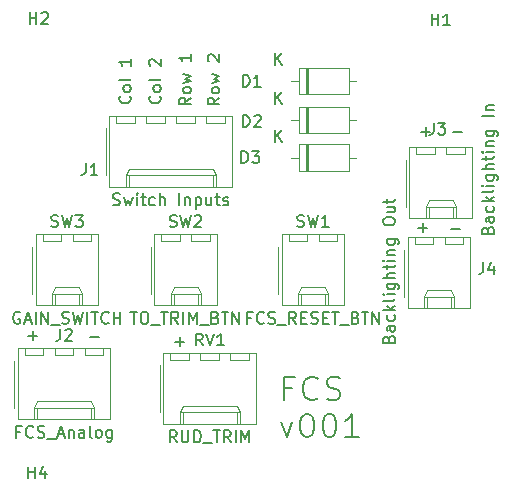
<source format=gbr>
G04 #@! TF.GenerationSoftware,KiCad,Pcbnew,(5.1.5-0-10_14)*
G04 #@! TF.CreationDate,2021-03-15T05:57:46+10:00*
G04 #@! TF.ProjectId,OH - Left Console - 6 - Flight Control Systems Panel ,4f48202d-204c-4656-9674-20436f6e736f,rev?*
G04 #@! TF.SameCoordinates,Original*
G04 #@! TF.FileFunction,Legend,Top*
G04 #@! TF.FilePolarity,Positive*
%FSLAX46Y46*%
G04 Gerber Fmt 4.6, Leading zero omitted, Abs format (unit mm)*
G04 Created by KiCad (PCBNEW (5.1.5-0-10_14)) date 2021-03-15 05:57:46*
%MOMM*%
%LPD*%
G04 APERTURE LIST*
%ADD10C,0.150000*%
%ADD11C,0.120000*%
G04 APERTURE END LIST*
D10*
X107061047Y-122880428D02*
X107822952Y-122880428D01*
X107188047Y-114625428D02*
X107949952Y-114625428D01*
X104267047Y-122753428D02*
X105028952Y-122753428D01*
X104648000Y-123134380D02*
X104648000Y-122372476D01*
X104521047Y-114625428D02*
X105282952Y-114625428D01*
X104902000Y-115006380D02*
X104902000Y-114244476D01*
X87447380Y-111759809D02*
X86971190Y-112093142D01*
X87447380Y-112331238D02*
X86447380Y-112331238D01*
X86447380Y-111950285D01*
X86495000Y-111855047D01*
X86542619Y-111807428D01*
X86637857Y-111759809D01*
X86780714Y-111759809D01*
X86875952Y-111807428D01*
X86923571Y-111855047D01*
X86971190Y-111950285D01*
X86971190Y-112331238D01*
X87447380Y-111188380D02*
X87399761Y-111283619D01*
X87352142Y-111331238D01*
X87256904Y-111378857D01*
X86971190Y-111378857D01*
X86875952Y-111331238D01*
X86828333Y-111283619D01*
X86780714Y-111188380D01*
X86780714Y-111045523D01*
X86828333Y-110950285D01*
X86875952Y-110902666D01*
X86971190Y-110855047D01*
X87256904Y-110855047D01*
X87352142Y-110902666D01*
X87399761Y-110950285D01*
X87447380Y-111045523D01*
X87447380Y-111188380D01*
X86780714Y-110521714D02*
X87447380Y-110331238D01*
X86971190Y-110140761D01*
X87447380Y-109950285D01*
X86780714Y-109759809D01*
X86542619Y-108664571D02*
X86495000Y-108616952D01*
X86447380Y-108521714D01*
X86447380Y-108283619D01*
X86495000Y-108188380D01*
X86542619Y-108140761D01*
X86637857Y-108093142D01*
X86733095Y-108093142D01*
X86875952Y-108140761D01*
X87447380Y-108712190D01*
X87447380Y-108093142D01*
X85034380Y-111759809D02*
X84558190Y-112093142D01*
X85034380Y-112331238D02*
X84034380Y-112331238D01*
X84034380Y-111950285D01*
X84082000Y-111855047D01*
X84129619Y-111807428D01*
X84224857Y-111759809D01*
X84367714Y-111759809D01*
X84462952Y-111807428D01*
X84510571Y-111855047D01*
X84558190Y-111950285D01*
X84558190Y-112331238D01*
X85034380Y-111188380D02*
X84986761Y-111283619D01*
X84939142Y-111331238D01*
X84843904Y-111378857D01*
X84558190Y-111378857D01*
X84462952Y-111331238D01*
X84415333Y-111283619D01*
X84367714Y-111188380D01*
X84367714Y-111045523D01*
X84415333Y-110950285D01*
X84462952Y-110902666D01*
X84558190Y-110855047D01*
X84843904Y-110855047D01*
X84939142Y-110902666D01*
X84986761Y-110950285D01*
X85034380Y-111045523D01*
X85034380Y-111188380D01*
X84367714Y-110521714D02*
X85034380Y-110331238D01*
X84558190Y-110140761D01*
X85034380Y-109950285D01*
X84367714Y-109759809D01*
X85034380Y-108093142D02*
X85034380Y-108664571D01*
X85034380Y-108378857D02*
X84034380Y-108378857D01*
X84177238Y-108474095D01*
X84272476Y-108569333D01*
X84320095Y-108664571D01*
X82399142Y-111624904D02*
X82446761Y-111672523D01*
X82494380Y-111815380D01*
X82494380Y-111910619D01*
X82446761Y-112053476D01*
X82351523Y-112148714D01*
X82256285Y-112196333D01*
X82065809Y-112243952D01*
X81922952Y-112243952D01*
X81732476Y-112196333D01*
X81637238Y-112148714D01*
X81542000Y-112053476D01*
X81494380Y-111910619D01*
X81494380Y-111815380D01*
X81542000Y-111672523D01*
X81589619Y-111624904D01*
X82494380Y-111053476D02*
X82446761Y-111148714D01*
X82399142Y-111196333D01*
X82303904Y-111243952D01*
X82018190Y-111243952D01*
X81922952Y-111196333D01*
X81875333Y-111148714D01*
X81827714Y-111053476D01*
X81827714Y-110910619D01*
X81875333Y-110815380D01*
X81922952Y-110767761D01*
X82018190Y-110720142D01*
X82303904Y-110720142D01*
X82399142Y-110767761D01*
X82446761Y-110815380D01*
X82494380Y-110910619D01*
X82494380Y-111053476D01*
X82494380Y-110148714D02*
X82446761Y-110243952D01*
X82351523Y-110291571D01*
X81494380Y-110291571D01*
X81589619Y-109053476D02*
X81542000Y-109005857D01*
X81494380Y-108910619D01*
X81494380Y-108672523D01*
X81542000Y-108577285D01*
X81589619Y-108529666D01*
X81684857Y-108482047D01*
X81780095Y-108482047D01*
X81922952Y-108529666D01*
X82494380Y-109101095D01*
X82494380Y-108482047D01*
X79859142Y-111624904D02*
X79906761Y-111672523D01*
X79954380Y-111815380D01*
X79954380Y-111910619D01*
X79906761Y-112053476D01*
X79811523Y-112148714D01*
X79716285Y-112196333D01*
X79525809Y-112243952D01*
X79382952Y-112243952D01*
X79192476Y-112196333D01*
X79097238Y-112148714D01*
X79002000Y-112053476D01*
X78954380Y-111910619D01*
X78954380Y-111815380D01*
X79002000Y-111672523D01*
X79049619Y-111624904D01*
X79954380Y-111053476D02*
X79906761Y-111148714D01*
X79859142Y-111196333D01*
X79763904Y-111243952D01*
X79478190Y-111243952D01*
X79382952Y-111196333D01*
X79335333Y-111148714D01*
X79287714Y-111053476D01*
X79287714Y-110910619D01*
X79335333Y-110815380D01*
X79382952Y-110767761D01*
X79478190Y-110720142D01*
X79763904Y-110720142D01*
X79859142Y-110767761D01*
X79906761Y-110815380D01*
X79954380Y-110910619D01*
X79954380Y-111053476D01*
X79954380Y-110148714D02*
X79906761Y-110243952D01*
X79811523Y-110291571D01*
X78954380Y-110291571D01*
X79954380Y-108482047D02*
X79954380Y-109053476D01*
X79954380Y-108767761D02*
X78954380Y-108767761D01*
X79097238Y-108863000D01*
X79192476Y-108958238D01*
X79240095Y-109053476D01*
X83693047Y-132405428D02*
X84454952Y-132405428D01*
X84074000Y-132786380D02*
X84074000Y-132024476D01*
X76454047Y-132024428D02*
X77215952Y-132024428D01*
X71247047Y-131897428D02*
X72008952Y-131897428D01*
X71628000Y-132278380D02*
X71628000Y-131516476D01*
X93583428Y-136331142D02*
X92916761Y-136331142D01*
X92916761Y-137378761D02*
X92916761Y-135378761D01*
X93869142Y-135378761D01*
X95773904Y-137188285D02*
X95678666Y-137283523D01*
X95392952Y-137378761D01*
X95202476Y-137378761D01*
X94916761Y-137283523D01*
X94726285Y-137093047D01*
X94631047Y-136902571D01*
X94535809Y-136521619D01*
X94535809Y-136235904D01*
X94631047Y-135854952D01*
X94726285Y-135664476D01*
X94916761Y-135474000D01*
X95202476Y-135378761D01*
X95392952Y-135378761D01*
X95678666Y-135474000D01*
X95773904Y-135569238D01*
X96535809Y-137283523D02*
X96821523Y-137378761D01*
X97297714Y-137378761D01*
X97488190Y-137283523D01*
X97583428Y-137188285D01*
X97678666Y-136997809D01*
X97678666Y-136807333D01*
X97583428Y-136616857D01*
X97488190Y-136521619D01*
X97297714Y-136426380D01*
X96916761Y-136331142D01*
X96726285Y-136235904D01*
X96631047Y-136140666D01*
X96535809Y-135950190D01*
X96535809Y-135759714D01*
X96631047Y-135569238D01*
X96726285Y-135474000D01*
X96916761Y-135378761D01*
X97392952Y-135378761D01*
X97678666Y-135474000D01*
X92678666Y-139195428D02*
X93154857Y-140528761D01*
X93631047Y-139195428D01*
X94773904Y-138528761D02*
X94964380Y-138528761D01*
X95154857Y-138624000D01*
X95250095Y-138719238D01*
X95345333Y-138909714D01*
X95440571Y-139290666D01*
X95440571Y-139766857D01*
X95345333Y-140147809D01*
X95250095Y-140338285D01*
X95154857Y-140433523D01*
X94964380Y-140528761D01*
X94773904Y-140528761D01*
X94583428Y-140433523D01*
X94488190Y-140338285D01*
X94392952Y-140147809D01*
X94297714Y-139766857D01*
X94297714Y-139290666D01*
X94392952Y-138909714D01*
X94488190Y-138719238D01*
X94583428Y-138624000D01*
X94773904Y-138528761D01*
X96678666Y-138528761D02*
X96869142Y-138528761D01*
X97059619Y-138624000D01*
X97154857Y-138719238D01*
X97250095Y-138909714D01*
X97345333Y-139290666D01*
X97345333Y-139766857D01*
X97250095Y-140147809D01*
X97154857Y-140338285D01*
X97059619Y-140433523D01*
X96869142Y-140528761D01*
X96678666Y-140528761D01*
X96488190Y-140433523D01*
X96392952Y-140338285D01*
X96297714Y-140147809D01*
X96202476Y-139766857D01*
X96202476Y-139290666D01*
X96297714Y-138909714D01*
X96392952Y-138719238D01*
X96488190Y-138624000D01*
X96678666Y-138528761D01*
X99250095Y-140528761D02*
X98107238Y-140528761D01*
X98678666Y-140528761D02*
X98678666Y-138528761D01*
X98488190Y-138814476D01*
X98297714Y-139004952D01*
X98107238Y-139100190D01*
D11*
X108115000Y-124189000D02*
X108115000Y-123589000D01*
X106515000Y-124189000D02*
X108115000Y-124189000D01*
X106515000Y-123589000D02*
X106515000Y-124189000D01*
X105575000Y-124189000D02*
X105575000Y-123589000D01*
X103975000Y-124189000D02*
X105575000Y-124189000D01*
X103975000Y-123589000D02*
X103975000Y-124189000D01*
X107065000Y-129609000D02*
X107065000Y-128609000D01*
X105025000Y-129609000D02*
X105025000Y-128609000D01*
X107065000Y-128079000D02*
X107315000Y-128609000D01*
X105025000Y-128079000D02*
X107065000Y-128079000D01*
X104775000Y-128609000D02*
X105025000Y-128079000D01*
X107315000Y-128609000D02*
X107315000Y-129609000D01*
X104775000Y-128609000D02*
X107315000Y-128609000D01*
X104775000Y-129609000D02*
X104775000Y-128609000D01*
X103105000Y-124619000D02*
X103105000Y-128619000D01*
X108695000Y-123589000D02*
X103395000Y-123589000D01*
X108695000Y-129609000D02*
X108695000Y-123589000D01*
X103395000Y-129609000D02*
X108695000Y-129609000D01*
X103395000Y-123589000D02*
X103395000Y-129609000D01*
X108242000Y-116569000D02*
X108242000Y-115969000D01*
X106642000Y-116569000D02*
X108242000Y-116569000D01*
X106642000Y-115969000D02*
X106642000Y-116569000D01*
X105702000Y-116569000D02*
X105702000Y-115969000D01*
X104102000Y-116569000D02*
X105702000Y-116569000D01*
X104102000Y-115969000D02*
X104102000Y-116569000D01*
X107192000Y-121989000D02*
X107192000Y-120989000D01*
X105152000Y-121989000D02*
X105152000Y-120989000D01*
X107192000Y-120459000D02*
X107442000Y-120989000D01*
X105152000Y-120459000D02*
X107192000Y-120459000D01*
X104902000Y-120989000D02*
X105152000Y-120459000D01*
X107442000Y-120989000D02*
X107442000Y-121989000D01*
X104902000Y-120989000D02*
X107442000Y-120989000D01*
X104902000Y-121989000D02*
X104902000Y-120989000D01*
X103232000Y-116999000D02*
X103232000Y-120999000D01*
X108822000Y-115969000D02*
X103522000Y-115969000D01*
X108822000Y-121989000D02*
X108822000Y-115969000D01*
X103522000Y-121989000D02*
X108822000Y-121989000D01*
X103522000Y-115969000D02*
X103522000Y-121989000D01*
X76619000Y-123935000D02*
X76619000Y-123335000D01*
X75019000Y-123935000D02*
X76619000Y-123935000D01*
X75019000Y-123335000D02*
X75019000Y-123935000D01*
X74079000Y-123935000D02*
X74079000Y-123335000D01*
X72479000Y-123935000D02*
X74079000Y-123935000D01*
X72479000Y-123335000D02*
X72479000Y-123935000D01*
X75569000Y-129355000D02*
X75569000Y-128355000D01*
X73529000Y-129355000D02*
X73529000Y-128355000D01*
X75569000Y-127825000D02*
X75819000Y-128355000D01*
X73529000Y-127825000D02*
X75569000Y-127825000D01*
X73279000Y-128355000D02*
X73529000Y-127825000D01*
X75819000Y-128355000D02*
X75819000Y-129355000D01*
X73279000Y-128355000D02*
X75819000Y-128355000D01*
X73279000Y-129355000D02*
X73279000Y-128355000D01*
X71609000Y-124365000D02*
X71609000Y-128365000D01*
X77199000Y-123335000D02*
X71899000Y-123335000D01*
X77199000Y-129355000D02*
X77199000Y-123335000D01*
X71899000Y-129355000D02*
X77199000Y-129355000D01*
X71899000Y-123335000D02*
X71899000Y-129355000D01*
X86652000Y-123935000D02*
X86652000Y-123335000D01*
X85052000Y-123935000D02*
X86652000Y-123935000D01*
X85052000Y-123335000D02*
X85052000Y-123935000D01*
X84112000Y-123935000D02*
X84112000Y-123335000D01*
X82512000Y-123935000D02*
X84112000Y-123935000D01*
X82512000Y-123335000D02*
X82512000Y-123935000D01*
X85602000Y-129355000D02*
X85602000Y-128355000D01*
X83562000Y-129355000D02*
X83562000Y-128355000D01*
X85602000Y-127825000D02*
X85852000Y-128355000D01*
X83562000Y-127825000D02*
X85602000Y-127825000D01*
X83312000Y-128355000D02*
X83562000Y-127825000D01*
X85852000Y-128355000D02*
X85852000Y-129355000D01*
X83312000Y-128355000D02*
X85852000Y-128355000D01*
X83312000Y-129355000D02*
X83312000Y-128355000D01*
X81642000Y-124365000D02*
X81642000Y-128365000D01*
X87232000Y-123335000D02*
X81932000Y-123335000D01*
X87232000Y-129355000D02*
X87232000Y-123335000D01*
X81932000Y-129355000D02*
X87232000Y-129355000D01*
X81932000Y-123335000D02*
X81932000Y-129355000D01*
X97447000Y-123935000D02*
X97447000Y-123335000D01*
X95847000Y-123935000D02*
X97447000Y-123935000D01*
X95847000Y-123335000D02*
X95847000Y-123935000D01*
X94907000Y-123935000D02*
X94907000Y-123335000D01*
X93307000Y-123935000D02*
X94907000Y-123935000D01*
X93307000Y-123335000D02*
X93307000Y-123935000D01*
X96397000Y-129355000D02*
X96397000Y-128355000D01*
X94357000Y-129355000D02*
X94357000Y-128355000D01*
X96397000Y-127825000D02*
X96647000Y-128355000D01*
X94357000Y-127825000D02*
X96397000Y-127825000D01*
X94107000Y-128355000D02*
X94357000Y-127825000D01*
X96647000Y-128355000D02*
X96647000Y-129355000D01*
X94107000Y-128355000D02*
X96647000Y-128355000D01*
X94107000Y-129355000D02*
X94107000Y-128355000D01*
X92437000Y-124365000D02*
X92437000Y-128365000D01*
X98027000Y-123335000D02*
X92727000Y-123335000D01*
X98027000Y-129355000D02*
X98027000Y-123335000D01*
X92727000Y-129355000D02*
X98027000Y-129355000D01*
X92727000Y-123335000D02*
X92727000Y-129355000D01*
X89954000Y-133968000D02*
X89954000Y-133368000D01*
X88354000Y-133968000D02*
X89954000Y-133968000D01*
X88354000Y-133368000D02*
X88354000Y-133968000D01*
X87414000Y-133968000D02*
X87414000Y-133368000D01*
X85814000Y-133968000D02*
X87414000Y-133968000D01*
X85814000Y-133368000D02*
X85814000Y-133968000D01*
X84874000Y-133968000D02*
X84874000Y-133368000D01*
X83274000Y-133968000D02*
X84874000Y-133968000D01*
X83274000Y-133368000D02*
X83274000Y-133968000D01*
X88904000Y-139388000D02*
X88904000Y-138388000D01*
X84324000Y-139388000D02*
X84324000Y-138388000D01*
X88904000Y-137858000D02*
X89154000Y-138388000D01*
X84324000Y-137858000D02*
X88904000Y-137858000D01*
X84074000Y-138388000D02*
X84324000Y-137858000D01*
X89154000Y-138388000D02*
X89154000Y-139388000D01*
X84074000Y-138388000D02*
X89154000Y-138388000D01*
X84074000Y-139388000D02*
X84074000Y-138388000D01*
X82404000Y-134398000D02*
X82404000Y-138398000D01*
X90534000Y-133368000D02*
X82694000Y-133368000D01*
X90534000Y-139388000D02*
X90534000Y-133368000D01*
X82694000Y-139388000D02*
X90534000Y-139388000D01*
X82694000Y-133368000D02*
X82694000Y-139388000D01*
X77635000Y-133587000D02*
X77635000Y-132987000D01*
X76035000Y-133587000D02*
X77635000Y-133587000D01*
X76035000Y-132987000D02*
X76035000Y-133587000D01*
X75095000Y-133587000D02*
X75095000Y-132987000D01*
X73495000Y-133587000D02*
X75095000Y-133587000D01*
X73495000Y-132987000D02*
X73495000Y-133587000D01*
X72555000Y-133587000D02*
X72555000Y-132987000D01*
X70955000Y-133587000D02*
X72555000Y-133587000D01*
X70955000Y-132987000D02*
X70955000Y-133587000D01*
X76585000Y-139007000D02*
X76585000Y-138007000D01*
X72005000Y-139007000D02*
X72005000Y-138007000D01*
X76585000Y-137477000D02*
X76835000Y-138007000D01*
X72005000Y-137477000D02*
X76585000Y-137477000D01*
X71755000Y-138007000D02*
X72005000Y-137477000D01*
X76835000Y-138007000D02*
X76835000Y-139007000D01*
X71755000Y-138007000D02*
X76835000Y-138007000D01*
X71755000Y-139007000D02*
X71755000Y-138007000D01*
X70085000Y-134017000D02*
X70085000Y-138017000D01*
X78215000Y-132987000D02*
X70375000Y-132987000D01*
X78215000Y-139007000D02*
X78215000Y-132987000D01*
X70375000Y-139007000D02*
X78215000Y-139007000D01*
X70375000Y-132987000D02*
X70375000Y-139007000D01*
X87922000Y-113902000D02*
X87922000Y-113302000D01*
X86322000Y-113902000D02*
X87922000Y-113902000D01*
X86322000Y-113302000D02*
X86322000Y-113902000D01*
X85382000Y-113902000D02*
X85382000Y-113302000D01*
X83782000Y-113902000D02*
X85382000Y-113902000D01*
X83782000Y-113302000D02*
X83782000Y-113902000D01*
X82842000Y-113902000D02*
X82842000Y-113302000D01*
X81242000Y-113902000D02*
X82842000Y-113902000D01*
X81242000Y-113302000D02*
X81242000Y-113902000D01*
X80302000Y-113902000D02*
X80302000Y-113302000D01*
X78702000Y-113902000D02*
X80302000Y-113902000D01*
X78702000Y-113302000D02*
X78702000Y-113902000D01*
X86872000Y-119322000D02*
X86872000Y-118322000D01*
X79752000Y-119322000D02*
X79752000Y-118322000D01*
X86872000Y-117792000D02*
X87122000Y-118322000D01*
X79752000Y-117792000D02*
X86872000Y-117792000D01*
X79502000Y-118322000D02*
X79752000Y-117792000D01*
X87122000Y-118322000D02*
X87122000Y-119322000D01*
X79502000Y-118322000D02*
X87122000Y-118322000D01*
X79502000Y-119322000D02*
X79502000Y-118322000D01*
X77832000Y-114332000D02*
X77832000Y-118332000D01*
X88502000Y-113302000D02*
X78122000Y-113302000D01*
X88502000Y-119322000D02*
X88502000Y-113302000D01*
X78122000Y-119322000D02*
X88502000Y-119322000D01*
X78122000Y-113302000D02*
X78122000Y-119322000D01*
X94746000Y-115720000D02*
X94746000Y-117960000D01*
X94986000Y-115720000D02*
X94986000Y-117960000D01*
X94866000Y-115720000D02*
X94866000Y-117960000D01*
X99036000Y-116840000D02*
X98386000Y-116840000D01*
X93496000Y-116840000D02*
X94146000Y-116840000D01*
X98386000Y-115720000D02*
X94146000Y-115720000D01*
X98386000Y-117960000D02*
X98386000Y-115720000D01*
X94146000Y-117960000D02*
X98386000Y-117960000D01*
X94146000Y-115720000D02*
X94146000Y-117960000D01*
X94746000Y-112545000D02*
X94746000Y-114785000D01*
X94986000Y-112545000D02*
X94986000Y-114785000D01*
X94866000Y-112545000D02*
X94866000Y-114785000D01*
X99036000Y-113665000D02*
X98386000Y-113665000D01*
X93496000Y-113665000D02*
X94146000Y-113665000D01*
X98386000Y-112545000D02*
X94146000Y-112545000D01*
X98386000Y-114785000D02*
X98386000Y-112545000D01*
X94146000Y-114785000D02*
X98386000Y-114785000D01*
X94146000Y-112545000D02*
X94146000Y-114785000D01*
X94746000Y-109243000D02*
X94746000Y-111483000D01*
X94986000Y-109243000D02*
X94986000Y-111483000D01*
X94866000Y-109243000D02*
X94866000Y-111483000D01*
X99036000Y-110363000D02*
X98386000Y-110363000D01*
X93496000Y-110363000D02*
X94146000Y-110363000D01*
X98386000Y-109243000D02*
X94146000Y-109243000D01*
X98386000Y-111483000D02*
X98386000Y-109243000D01*
X94146000Y-111483000D02*
X98386000Y-111483000D01*
X94146000Y-109243000D02*
X94146000Y-111483000D01*
D10*
X101782571Y-132182476D02*
X101830190Y-132039619D01*
X101877809Y-131992000D01*
X101973047Y-131944380D01*
X102115904Y-131944380D01*
X102211142Y-131992000D01*
X102258761Y-132039619D01*
X102306380Y-132134857D01*
X102306380Y-132515809D01*
X101306380Y-132515809D01*
X101306380Y-132182476D01*
X101354000Y-132087238D01*
X101401619Y-132039619D01*
X101496857Y-131992000D01*
X101592095Y-131992000D01*
X101687333Y-132039619D01*
X101734952Y-132087238D01*
X101782571Y-132182476D01*
X101782571Y-132515809D01*
X102306380Y-131087238D02*
X101782571Y-131087238D01*
X101687333Y-131134857D01*
X101639714Y-131230095D01*
X101639714Y-131420571D01*
X101687333Y-131515809D01*
X102258761Y-131087238D02*
X102306380Y-131182476D01*
X102306380Y-131420571D01*
X102258761Y-131515809D01*
X102163523Y-131563428D01*
X102068285Y-131563428D01*
X101973047Y-131515809D01*
X101925428Y-131420571D01*
X101925428Y-131182476D01*
X101877809Y-131087238D01*
X102258761Y-130182476D02*
X102306380Y-130277714D01*
X102306380Y-130468190D01*
X102258761Y-130563428D01*
X102211142Y-130611047D01*
X102115904Y-130658666D01*
X101830190Y-130658666D01*
X101734952Y-130611047D01*
X101687333Y-130563428D01*
X101639714Y-130468190D01*
X101639714Y-130277714D01*
X101687333Y-130182476D01*
X102306380Y-129753904D02*
X101306380Y-129753904D01*
X101925428Y-129658666D02*
X102306380Y-129372952D01*
X101639714Y-129372952D02*
X102020666Y-129753904D01*
X102306380Y-128801523D02*
X102258761Y-128896761D01*
X102163523Y-128944380D01*
X101306380Y-128944380D01*
X102306380Y-128420571D02*
X101639714Y-128420571D01*
X101306380Y-128420571D02*
X101354000Y-128468190D01*
X101401619Y-128420571D01*
X101354000Y-128372952D01*
X101306380Y-128420571D01*
X101401619Y-128420571D01*
X101639714Y-127515809D02*
X102449238Y-127515809D01*
X102544476Y-127563428D01*
X102592095Y-127611047D01*
X102639714Y-127706285D01*
X102639714Y-127849142D01*
X102592095Y-127944380D01*
X102258761Y-127515809D02*
X102306380Y-127611047D01*
X102306380Y-127801523D01*
X102258761Y-127896761D01*
X102211142Y-127944380D01*
X102115904Y-127992000D01*
X101830190Y-127992000D01*
X101734952Y-127944380D01*
X101687333Y-127896761D01*
X101639714Y-127801523D01*
X101639714Y-127611047D01*
X101687333Y-127515809D01*
X102306380Y-127039619D02*
X101306380Y-127039619D01*
X102306380Y-126611047D02*
X101782571Y-126611047D01*
X101687333Y-126658666D01*
X101639714Y-126753904D01*
X101639714Y-126896761D01*
X101687333Y-126992000D01*
X101734952Y-127039619D01*
X101639714Y-126277714D02*
X101639714Y-125896761D01*
X101306380Y-126134857D02*
X102163523Y-126134857D01*
X102258761Y-126087238D01*
X102306380Y-125992000D01*
X102306380Y-125896761D01*
X102306380Y-125563428D02*
X101639714Y-125563428D01*
X101306380Y-125563428D02*
X101354000Y-125611047D01*
X101401619Y-125563428D01*
X101354000Y-125515809D01*
X101306380Y-125563428D01*
X101401619Y-125563428D01*
X101639714Y-125087238D02*
X102306380Y-125087238D01*
X101734952Y-125087238D02*
X101687333Y-125039619D01*
X101639714Y-124944380D01*
X101639714Y-124801523D01*
X101687333Y-124706285D01*
X101782571Y-124658666D01*
X102306380Y-124658666D01*
X101639714Y-123753904D02*
X102449238Y-123753904D01*
X102544476Y-123801523D01*
X102592095Y-123849142D01*
X102639714Y-123944380D01*
X102639714Y-124087238D01*
X102592095Y-124182476D01*
X102258761Y-123753904D02*
X102306380Y-123849142D01*
X102306380Y-124039619D01*
X102258761Y-124134857D01*
X102211142Y-124182476D01*
X102115904Y-124230095D01*
X101830190Y-124230095D01*
X101734952Y-124182476D01*
X101687333Y-124134857D01*
X101639714Y-124039619D01*
X101639714Y-123849142D01*
X101687333Y-123753904D01*
X101306380Y-122325333D02*
X101306380Y-122134857D01*
X101354000Y-122039619D01*
X101449238Y-121944380D01*
X101639714Y-121896761D01*
X101973047Y-121896761D01*
X102163523Y-121944380D01*
X102258761Y-122039619D01*
X102306380Y-122134857D01*
X102306380Y-122325333D01*
X102258761Y-122420571D01*
X102163523Y-122515809D01*
X101973047Y-122563428D01*
X101639714Y-122563428D01*
X101449238Y-122515809D01*
X101354000Y-122420571D01*
X101306380Y-122325333D01*
X101639714Y-121039619D02*
X102306380Y-121039619D01*
X101639714Y-121468190D02*
X102163523Y-121468190D01*
X102258761Y-121420571D01*
X102306380Y-121325333D01*
X102306380Y-121182476D01*
X102258761Y-121087238D01*
X102211142Y-121039619D01*
X101639714Y-120706285D02*
X101639714Y-120325333D01*
X101306380Y-120563428D02*
X102163523Y-120563428D01*
X102258761Y-120515809D01*
X102306380Y-120420571D01*
X102306380Y-120325333D01*
X109775666Y-125690380D02*
X109775666Y-126404666D01*
X109728047Y-126547523D01*
X109632809Y-126642761D01*
X109489952Y-126690380D01*
X109394714Y-126690380D01*
X110680428Y-126023714D02*
X110680428Y-126690380D01*
X110442333Y-125642761D02*
X110204238Y-126357047D01*
X110823285Y-126357047D01*
X105584666Y-113879380D02*
X105584666Y-114593666D01*
X105537047Y-114736523D01*
X105441809Y-114831761D01*
X105298952Y-114879380D01*
X105203714Y-114879380D01*
X105965619Y-113879380D02*
X106584666Y-113879380D01*
X106251333Y-114260333D01*
X106394190Y-114260333D01*
X106489428Y-114307952D01*
X106537047Y-114355571D01*
X106584666Y-114450809D01*
X106584666Y-114688904D01*
X106537047Y-114784142D01*
X106489428Y-114831761D01*
X106394190Y-114879380D01*
X106108476Y-114879380D01*
X106013238Y-114831761D01*
X105965619Y-114784142D01*
X110164571Y-122975047D02*
X110212190Y-122832190D01*
X110259809Y-122784571D01*
X110355047Y-122736952D01*
X110497904Y-122736952D01*
X110593142Y-122784571D01*
X110640761Y-122832190D01*
X110688380Y-122927428D01*
X110688380Y-123308380D01*
X109688380Y-123308380D01*
X109688380Y-122975047D01*
X109736000Y-122879809D01*
X109783619Y-122832190D01*
X109878857Y-122784571D01*
X109974095Y-122784571D01*
X110069333Y-122832190D01*
X110116952Y-122879809D01*
X110164571Y-122975047D01*
X110164571Y-123308380D01*
X110688380Y-121879809D02*
X110164571Y-121879809D01*
X110069333Y-121927428D01*
X110021714Y-122022666D01*
X110021714Y-122213142D01*
X110069333Y-122308380D01*
X110640761Y-121879809D02*
X110688380Y-121975047D01*
X110688380Y-122213142D01*
X110640761Y-122308380D01*
X110545523Y-122356000D01*
X110450285Y-122356000D01*
X110355047Y-122308380D01*
X110307428Y-122213142D01*
X110307428Y-121975047D01*
X110259809Y-121879809D01*
X110640761Y-120975047D02*
X110688380Y-121070285D01*
X110688380Y-121260761D01*
X110640761Y-121356000D01*
X110593142Y-121403619D01*
X110497904Y-121451238D01*
X110212190Y-121451238D01*
X110116952Y-121403619D01*
X110069333Y-121356000D01*
X110021714Y-121260761D01*
X110021714Y-121070285D01*
X110069333Y-120975047D01*
X110688380Y-120546476D02*
X109688380Y-120546476D01*
X110307428Y-120451238D02*
X110688380Y-120165523D01*
X110021714Y-120165523D02*
X110402666Y-120546476D01*
X110688380Y-119594095D02*
X110640761Y-119689333D01*
X110545523Y-119736952D01*
X109688380Y-119736952D01*
X110688380Y-119213142D02*
X110021714Y-119213142D01*
X109688380Y-119213142D02*
X109736000Y-119260761D01*
X109783619Y-119213142D01*
X109736000Y-119165523D01*
X109688380Y-119213142D01*
X109783619Y-119213142D01*
X110021714Y-118308380D02*
X110831238Y-118308380D01*
X110926476Y-118356000D01*
X110974095Y-118403619D01*
X111021714Y-118498857D01*
X111021714Y-118641714D01*
X110974095Y-118736952D01*
X110640761Y-118308380D02*
X110688380Y-118403619D01*
X110688380Y-118594095D01*
X110640761Y-118689333D01*
X110593142Y-118736952D01*
X110497904Y-118784571D01*
X110212190Y-118784571D01*
X110116952Y-118736952D01*
X110069333Y-118689333D01*
X110021714Y-118594095D01*
X110021714Y-118403619D01*
X110069333Y-118308380D01*
X110688380Y-117832190D02*
X109688380Y-117832190D01*
X110688380Y-117403619D02*
X110164571Y-117403619D01*
X110069333Y-117451238D01*
X110021714Y-117546476D01*
X110021714Y-117689333D01*
X110069333Y-117784571D01*
X110116952Y-117832190D01*
X110021714Y-117070285D02*
X110021714Y-116689333D01*
X109688380Y-116927428D02*
X110545523Y-116927428D01*
X110640761Y-116879809D01*
X110688380Y-116784571D01*
X110688380Y-116689333D01*
X110688380Y-116356000D02*
X110021714Y-116356000D01*
X109688380Y-116356000D02*
X109736000Y-116403619D01*
X109783619Y-116356000D01*
X109736000Y-116308380D01*
X109688380Y-116356000D01*
X109783619Y-116356000D01*
X110021714Y-115879809D02*
X110688380Y-115879809D01*
X110116952Y-115879809D02*
X110069333Y-115832190D01*
X110021714Y-115736952D01*
X110021714Y-115594095D01*
X110069333Y-115498857D01*
X110164571Y-115451238D01*
X110688380Y-115451238D01*
X110021714Y-114546476D02*
X110831238Y-114546476D01*
X110926476Y-114594095D01*
X110974095Y-114641714D01*
X111021714Y-114736952D01*
X111021714Y-114879809D01*
X110974095Y-114975047D01*
X110640761Y-114546476D02*
X110688380Y-114641714D01*
X110688380Y-114832190D01*
X110640761Y-114927428D01*
X110593142Y-114975047D01*
X110497904Y-115022666D01*
X110212190Y-115022666D01*
X110116952Y-114975047D01*
X110069333Y-114927428D01*
X110021714Y-114832190D01*
X110021714Y-114641714D01*
X110069333Y-114546476D01*
X110688380Y-113308380D02*
X109688380Y-113308380D01*
X110021714Y-112832190D02*
X110688380Y-112832190D01*
X110116952Y-112832190D02*
X110069333Y-112784571D01*
X110021714Y-112689333D01*
X110021714Y-112546476D01*
X110069333Y-112451238D01*
X110164571Y-112403619D01*
X110688380Y-112403619D01*
X71247095Y-143996380D02*
X71247095Y-142996380D01*
X71247095Y-143472571D02*
X71818523Y-143472571D01*
X71818523Y-143996380D02*
X71818523Y-142996380D01*
X72723285Y-143329714D02*
X72723285Y-143996380D01*
X72485190Y-142948761D02*
X72247095Y-143663047D01*
X72866142Y-143663047D01*
X71374095Y-105515380D02*
X71374095Y-104515380D01*
X71374095Y-104991571D02*
X71945523Y-104991571D01*
X71945523Y-105515380D02*
X71945523Y-104515380D01*
X72374095Y-104610619D02*
X72421714Y-104563000D01*
X72516952Y-104515380D01*
X72755047Y-104515380D01*
X72850285Y-104563000D01*
X72897904Y-104610619D01*
X72945523Y-104705857D01*
X72945523Y-104801095D01*
X72897904Y-104943952D01*
X72326476Y-105515380D01*
X72945523Y-105515380D01*
X105410095Y-105642380D02*
X105410095Y-104642380D01*
X105410095Y-105118571D02*
X105981523Y-105118571D01*
X105981523Y-105642380D02*
X105981523Y-104642380D01*
X106981523Y-105642380D02*
X106410095Y-105642380D01*
X106695809Y-105642380D02*
X106695809Y-104642380D01*
X106600571Y-104785238D01*
X106505333Y-104880476D01*
X106410095Y-104928095D01*
X73215666Y-122649761D02*
X73358523Y-122697380D01*
X73596619Y-122697380D01*
X73691857Y-122649761D01*
X73739476Y-122602142D01*
X73787095Y-122506904D01*
X73787095Y-122411666D01*
X73739476Y-122316428D01*
X73691857Y-122268809D01*
X73596619Y-122221190D01*
X73406142Y-122173571D01*
X73310904Y-122125952D01*
X73263285Y-122078333D01*
X73215666Y-121983095D01*
X73215666Y-121887857D01*
X73263285Y-121792619D01*
X73310904Y-121745000D01*
X73406142Y-121697380D01*
X73644238Y-121697380D01*
X73787095Y-121745000D01*
X74120428Y-121697380D02*
X74358523Y-122697380D01*
X74549000Y-121983095D01*
X74739476Y-122697380D01*
X74977571Y-121697380D01*
X75263285Y-121697380D02*
X75882333Y-121697380D01*
X75549000Y-122078333D01*
X75691857Y-122078333D01*
X75787095Y-122125952D01*
X75834714Y-122173571D01*
X75882333Y-122268809D01*
X75882333Y-122506904D01*
X75834714Y-122602142D01*
X75787095Y-122649761D01*
X75691857Y-122697380D01*
X75406142Y-122697380D01*
X75310904Y-122649761D01*
X75263285Y-122602142D01*
X70549000Y-129945000D02*
X70453761Y-129897380D01*
X70310904Y-129897380D01*
X70168047Y-129945000D01*
X70072809Y-130040238D01*
X70025190Y-130135476D01*
X69977571Y-130325952D01*
X69977571Y-130468809D01*
X70025190Y-130659285D01*
X70072809Y-130754523D01*
X70168047Y-130849761D01*
X70310904Y-130897380D01*
X70406142Y-130897380D01*
X70549000Y-130849761D01*
X70596619Y-130802142D01*
X70596619Y-130468809D01*
X70406142Y-130468809D01*
X70977571Y-130611666D02*
X71453761Y-130611666D01*
X70882333Y-130897380D02*
X71215666Y-129897380D01*
X71549000Y-130897380D01*
X71882333Y-130897380D02*
X71882333Y-129897380D01*
X72358523Y-130897380D02*
X72358523Y-129897380D01*
X72929952Y-130897380D01*
X72929952Y-129897380D01*
X73168047Y-130992619D02*
X73929952Y-130992619D01*
X74120428Y-130849761D02*
X74263285Y-130897380D01*
X74501380Y-130897380D01*
X74596619Y-130849761D01*
X74644238Y-130802142D01*
X74691857Y-130706904D01*
X74691857Y-130611666D01*
X74644238Y-130516428D01*
X74596619Y-130468809D01*
X74501380Y-130421190D01*
X74310904Y-130373571D01*
X74215666Y-130325952D01*
X74168047Y-130278333D01*
X74120428Y-130183095D01*
X74120428Y-130087857D01*
X74168047Y-129992619D01*
X74215666Y-129945000D01*
X74310904Y-129897380D01*
X74549000Y-129897380D01*
X74691857Y-129945000D01*
X75025190Y-129897380D02*
X75263285Y-130897380D01*
X75453761Y-130183095D01*
X75644238Y-130897380D01*
X75882333Y-129897380D01*
X76263285Y-130897380D02*
X76263285Y-129897380D01*
X76596619Y-129897380D02*
X77168047Y-129897380D01*
X76882333Y-130897380D02*
X76882333Y-129897380D01*
X78072809Y-130802142D02*
X78025190Y-130849761D01*
X77882333Y-130897380D01*
X77787095Y-130897380D01*
X77644238Y-130849761D01*
X77549000Y-130754523D01*
X77501380Y-130659285D01*
X77453761Y-130468809D01*
X77453761Y-130325952D01*
X77501380Y-130135476D01*
X77549000Y-130040238D01*
X77644238Y-129945000D01*
X77787095Y-129897380D01*
X77882333Y-129897380D01*
X78025190Y-129945000D01*
X78072809Y-129992619D01*
X78501380Y-130897380D02*
X78501380Y-129897380D01*
X78501380Y-130373571D02*
X79072809Y-130373571D01*
X79072809Y-130897380D02*
X79072809Y-129897380D01*
X83248666Y-122649761D02*
X83391523Y-122697380D01*
X83629619Y-122697380D01*
X83724857Y-122649761D01*
X83772476Y-122602142D01*
X83820095Y-122506904D01*
X83820095Y-122411666D01*
X83772476Y-122316428D01*
X83724857Y-122268809D01*
X83629619Y-122221190D01*
X83439142Y-122173571D01*
X83343904Y-122125952D01*
X83296285Y-122078333D01*
X83248666Y-121983095D01*
X83248666Y-121887857D01*
X83296285Y-121792619D01*
X83343904Y-121745000D01*
X83439142Y-121697380D01*
X83677238Y-121697380D01*
X83820095Y-121745000D01*
X84153428Y-121697380D02*
X84391523Y-122697380D01*
X84582000Y-121983095D01*
X84772476Y-122697380D01*
X85010571Y-121697380D01*
X85343904Y-121792619D02*
X85391523Y-121745000D01*
X85486761Y-121697380D01*
X85724857Y-121697380D01*
X85820095Y-121745000D01*
X85867714Y-121792619D01*
X85915333Y-121887857D01*
X85915333Y-121983095D01*
X85867714Y-122125952D01*
X85296285Y-122697380D01*
X85915333Y-122697380D01*
X79915333Y-129897380D02*
X80486761Y-129897380D01*
X80201047Y-130897380D02*
X80201047Y-129897380D01*
X81010571Y-129897380D02*
X81201047Y-129897380D01*
X81296285Y-129945000D01*
X81391523Y-130040238D01*
X81439142Y-130230714D01*
X81439142Y-130564047D01*
X81391523Y-130754523D01*
X81296285Y-130849761D01*
X81201047Y-130897380D01*
X81010571Y-130897380D01*
X80915333Y-130849761D01*
X80820095Y-130754523D01*
X80772476Y-130564047D01*
X80772476Y-130230714D01*
X80820095Y-130040238D01*
X80915333Y-129945000D01*
X81010571Y-129897380D01*
X81629619Y-130992619D02*
X82391523Y-130992619D01*
X82486761Y-129897380D02*
X83058190Y-129897380D01*
X82772476Y-130897380D02*
X82772476Y-129897380D01*
X83962952Y-130897380D02*
X83629619Y-130421190D01*
X83391523Y-130897380D02*
X83391523Y-129897380D01*
X83772476Y-129897380D01*
X83867714Y-129945000D01*
X83915333Y-129992619D01*
X83962952Y-130087857D01*
X83962952Y-130230714D01*
X83915333Y-130325952D01*
X83867714Y-130373571D01*
X83772476Y-130421190D01*
X83391523Y-130421190D01*
X84391523Y-130897380D02*
X84391523Y-129897380D01*
X84867714Y-130897380D02*
X84867714Y-129897380D01*
X85201047Y-130611666D01*
X85534380Y-129897380D01*
X85534380Y-130897380D01*
X85772476Y-130992619D02*
X86534380Y-130992619D01*
X87105809Y-130373571D02*
X87248666Y-130421190D01*
X87296285Y-130468809D01*
X87343904Y-130564047D01*
X87343904Y-130706904D01*
X87296285Y-130802142D01*
X87248666Y-130849761D01*
X87153428Y-130897380D01*
X86772476Y-130897380D01*
X86772476Y-129897380D01*
X87105809Y-129897380D01*
X87201047Y-129945000D01*
X87248666Y-129992619D01*
X87296285Y-130087857D01*
X87296285Y-130183095D01*
X87248666Y-130278333D01*
X87201047Y-130325952D01*
X87105809Y-130373571D01*
X86772476Y-130373571D01*
X87629619Y-129897380D02*
X88201047Y-129897380D01*
X87915333Y-130897380D02*
X87915333Y-129897380D01*
X88534380Y-130897380D02*
X88534380Y-129897380D01*
X89105809Y-130897380D01*
X89105809Y-129897380D01*
X94043666Y-122649761D02*
X94186523Y-122697380D01*
X94424619Y-122697380D01*
X94519857Y-122649761D01*
X94567476Y-122602142D01*
X94615095Y-122506904D01*
X94615095Y-122411666D01*
X94567476Y-122316428D01*
X94519857Y-122268809D01*
X94424619Y-122221190D01*
X94234142Y-122173571D01*
X94138904Y-122125952D01*
X94091285Y-122078333D01*
X94043666Y-121983095D01*
X94043666Y-121887857D01*
X94091285Y-121792619D01*
X94138904Y-121745000D01*
X94234142Y-121697380D01*
X94472238Y-121697380D01*
X94615095Y-121745000D01*
X94948428Y-121697380D02*
X95186523Y-122697380D01*
X95377000Y-121983095D01*
X95567476Y-122697380D01*
X95805571Y-121697380D01*
X96710333Y-122697380D02*
X96138904Y-122697380D01*
X96424619Y-122697380D02*
X96424619Y-121697380D01*
X96329380Y-121840238D01*
X96234142Y-121935476D01*
X96138904Y-121983095D01*
X90115095Y-130373571D02*
X89781761Y-130373571D01*
X89781761Y-130897380D02*
X89781761Y-129897380D01*
X90257952Y-129897380D01*
X91210333Y-130802142D02*
X91162714Y-130849761D01*
X91019857Y-130897380D01*
X90924619Y-130897380D01*
X90781761Y-130849761D01*
X90686523Y-130754523D01*
X90638904Y-130659285D01*
X90591285Y-130468809D01*
X90591285Y-130325952D01*
X90638904Y-130135476D01*
X90686523Y-130040238D01*
X90781761Y-129945000D01*
X90924619Y-129897380D01*
X91019857Y-129897380D01*
X91162714Y-129945000D01*
X91210333Y-129992619D01*
X91591285Y-130849761D02*
X91734142Y-130897380D01*
X91972238Y-130897380D01*
X92067476Y-130849761D01*
X92115095Y-130802142D01*
X92162714Y-130706904D01*
X92162714Y-130611666D01*
X92115095Y-130516428D01*
X92067476Y-130468809D01*
X91972238Y-130421190D01*
X91781761Y-130373571D01*
X91686523Y-130325952D01*
X91638904Y-130278333D01*
X91591285Y-130183095D01*
X91591285Y-130087857D01*
X91638904Y-129992619D01*
X91686523Y-129945000D01*
X91781761Y-129897380D01*
X92019857Y-129897380D01*
X92162714Y-129945000D01*
X92353190Y-130992619D02*
X93115095Y-130992619D01*
X93924619Y-130897380D02*
X93591285Y-130421190D01*
X93353190Y-130897380D02*
X93353190Y-129897380D01*
X93734142Y-129897380D01*
X93829380Y-129945000D01*
X93877000Y-129992619D01*
X93924619Y-130087857D01*
X93924619Y-130230714D01*
X93877000Y-130325952D01*
X93829380Y-130373571D01*
X93734142Y-130421190D01*
X93353190Y-130421190D01*
X94353190Y-130373571D02*
X94686523Y-130373571D01*
X94829380Y-130897380D02*
X94353190Y-130897380D01*
X94353190Y-129897380D01*
X94829380Y-129897380D01*
X95210333Y-130849761D02*
X95353190Y-130897380D01*
X95591285Y-130897380D01*
X95686523Y-130849761D01*
X95734142Y-130802142D01*
X95781761Y-130706904D01*
X95781761Y-130611666D01*
X95734142Y-130516428D01*
X95686523Y-130468809D01*
X95591285Y-130421190D01*
X95400809Y-130373571D01*
X95305571Y-130325952D01*
X95257952Y-130278333D01*
X95210333Y-130183095D01*
X95210333Y-130087857D01*
X95257952Y-129992619D01*
X95305571Y-129945000D01*
X95400809Y-129897380D01*
X95638904Y-129897380D01*
X95781761Y-129945000D01*
X96210333Y-130373571D02*
X96543666Y-130373571D01*
X96686523Y-130897380D02*
X96210333Y-130897380D01*
X96210333Y-129897380D01*
X96686523Y-129897380D01*
X96972238Y-129897380D02*
X97543666Y-129897380D01*
X97257952Y-130897380D02*
X97257952Y-129897380D01*
X97638904Y-130992619D02*
X98400809Y-130992619D01*
X98972238Y-130373571D02*
X99115095Y-130421190D01*
X99162714Y-130468809D01*
X99210333Y-130564047D01*
X99210333Y-130706904D01*
X99162714Y-130802142D01*
X99115095Y-130849761D01*
X99019857Y-130897380D01*
X98638904Y-130897380D01*
X98638904Y-129897380D01*
X98972238Y-129897380D01*
X99067476Y-129945000D01*
X99115095Y-129992619D01*
X99162714Y-130087857D01*
X99162714Y-130183095D01*
X99115095Y-130278333D01*
X99067476Y-130325952D01*
X98972238Y-130373571D01*
X98638904Y-130373571D01*
X99496047Y-129897380D02*
X100067476Y-129897380D01*
X99781761Y-130897380D02*
X99781761Y-129897380D01*
X100400809Y-130897380D02*
X100400809Y-129897380D01*
X100972238Y-130897380D01*
X100972238Y-129897380D01*
X86018761Y-132730380D02*
X85685428Y-132254190D01*
X85447333Y-132730380D02*
X85447333Y-131730380D01*
X85828285Y-131730380D01*
X85923523Y-131778000D01*
X85971142Y-131825619D01*
X86018761Y-131920857D01*
X86018761Y-132063714D01*
X85971142Y-132158952D01*
X85923523Y-132206571D01*
X85828285Y-132254190D01*
X85447333Y-132254190D01*
X86304476Y-131730380D02*
X86637809Y-132730380D01*
X86971142Y-131730380D01*
X87828285Y-132730380D02*
X87256857Y-132730380D01*
X87542571Y-132730380D02*
X87542571Y-131730380D01*
X87447333Y-131873238D01*
X87352095Y-131968476D01*
X87256857Y-132016095D01*
X83828285Y-140930380D02*
X83494952Y-140454190D01*
X83256857Y-140930380D02*
X83256857Y-139930380D01*
X83637809Y-139930380D01*
X83733047Y-139978000D01*
X83780666Y-140025619D01*
X83828285Y-140120857D01*
X83828285Y-140263714D01*
X83780666Y-140358952D01*
X83733047Y-140406571D01*
X83637809Y-140454190D01*
X83256857Y-140454190D01*
X84256857Y-139930380D02*
X84256857Y-140739904D01*
X84304476Y-140835142D01*
X84352095Y-140882761D01*
X84447333Y-140930380D01*
X84637809Y-140930380D01*
X84733047Y-140882761D01*
X84780666Y-140835142D01*
X84828285Y-140739904D01*
X84828285Y-139930380D01*
X85304476Y-140930380D02*
X85304476Y-139930380D01*
X85542571Y-139930380D01*
X85685428Y-139978000D01*
X85780666Y-140073238D01*
X85828285Y-140168476D01*
X85875904Y-140358952D01*
X85875904Y-140501809D01*
X85828285Y-140692285D01*
X85780666Y-140787523D01*
X85685428Y-140882761D01*
X85542571Y-140930380D01*
X85304476Y-140930380D01*
X86066380Y-141025619D02*
X86828285Y-141025619D01*
X86923523Y-139930380D02*
X87494952Y-139930380D01*
X87209238Y-140930380D02*
X87209238Y-139930380D01*
X88399714Y-140930380D02*
X88066380Y-140454190D01*
X87828285Y-140930380D02*
X87828285Y-139930380D01*
X88209238Y-139930380D01*
X88304476Y-139978000D01*
X88352095Y-140025619D01*
X88399714Y-140120857D01*
X88399714Y-140263714D01*
X88352095Y-140358952D01*
X88304476Y-140406571D01*
X88209238Y-140454190D01*
X87828285Y-140454190D01*
X88828285Y-140930380D02*
X88828285Y-139930380D01*
X89304476Y-140930380D02*
X89304476Y-139930380D01*
X89637809Y-140644666D01*
X89971142Y-139930380D01*
X89971142Y-140930380D01*
X73961666Y-131349380D02*
X73961666Y-132063666D01*
X73914047Y-132206523D01*
X73818809Y-132301761D01*
X73675952Y-132349380D01*
X73580714Y-132349380D01*
X74390238Y-131444619D02*
X74437857Y-131397000D01*
X74533095Y-131349380D01*
X74771190Y-131349380D01*
X74866428Y-131397000D01*
X74914047Y-131444619D01*
X74961666Y-131539857D01*
X74961666Y-131635095D01*
X74914047Y-131777952D01*
X74342619Y-132349380D01*
X74961666Y-132349380D01*
X70580714Y-140025571D02*
X70247380Y-140025571D01*
X70247380Y-140549380D02*
X70247380Y-139549380D01*
X70723571Y-139549380D01*
X71675952Y-140454142D02*
X71628333Y-140501761D01*
X71485476Y-140549380D01*
X71390238Y-140549380D01*
X71247380Y-140501761D01*
X71152142Y-140406523D01*
X71104523Y-140311285D01*
X71056904Y-140120809D01*
X71056904Y-139977952D01*
X71104523Y-139787476D01*
X71152142Y-139692238D01*
X71247380Y-139597000D01*
X71390238Y-139549380D01*
X71485476Y-139549380D01*
X71628333Y-139597000D01*
X71675952Y-139644619D01*
X72056904Y-140501761D02*
X72199761Y-140549380D01*
X72437857Y-140549380D01*
X72533095Y-140501761D01*
X72580714Y-140454142D01*
X72628333Y-140358904D01*
X72628333Y-140263666D01*
X72580714Y-140168428D01*
X72533095Y-140120809D01*
X72437857Y-140073190D01*
X72247380Y-140025571D01*
X72152142Y-139977952D01*
X72104523Y-139930333D01*
X72056904Y-139835095D01*
X72056904Y-139739857D01*
X72104523Y-139644619D01*
X72152142Y-139597000D01*
X72247380Y-139549380D01*
X72485476Y-139549380D01*
X72628333Y-139597000D01*
X72818809Y-140644619D02*
X73580714Y-140644619D01*
X73771190Y-140263666D02*
X74247380Y-140263666D01*
X73675952Y-140549380D02*
X74009285Y-139549380D01*
X74342619Y-140549380D01*
X74675952Y-139882714D02*
X74675952Y-140549380D01*
X74675952Y-139977952D02*
X74723571Y-139930333D01*
X74818809Y-139882714D01*
X74961666Y-139882714D01*
X75056904Y-139930333D01*
X75104523Y-140025571D01*
X75104523Y-140549380D01*
X76009285Y-140549380D02*
X76009285Y-140025571D01*
X75961666Y-139930333D01*
X75866428Y-139882714D01*
X75675952Y-139882714D01*
X75580714Y-139930333D01*
X76009285Y-140501761D02*
X75914047Y-140549380D01*
X75675952Y-140549380D01*
X75580714Y-140501761D01*
X75533095Y-140406523D01*
X75533095Y-140311285D01*
X75580714Y-140216047D01*
X75675952Y-140168428D01*
X75914047Y-140168428D01*
X76009285Y-140120809D01*
X76628333Y-140549380D02*
X76533095Y-140501761D01*
X76485476Y-140406523D01*
X76485476Y-139549380D01*
X77152142Y-140549380D02*
X77056904Y-140501761D01*
X77009285Y-140454142D01*
X76961666Y-140358904D01*
X76961666Y-140073190D01*
X77009285Y-139977952D01*
X77056904Y-139930333D01*
X77152142Y-139882714D01*
X77295000Y-139882714D01*
X77390238Y-139930333D01*
X77437857Y-139977952D01*
X77485476Y-140073190D01*
X77485476Y-140358904D01*
X77437857Y-140454142D01*
X77390238Y-140501761D01*
X77295000Y-140549380D01*
X77152142Y-140549380D01*
X78342619Y-139882714D02*
X78342619Y-140692238D01*
X78295000Y-140787476D01*
X78247380Y-140835095D01*
X78152142Y-140882714D01*
X78009285Y-140882714D01*
X77914047Y-140835095D01*
X78342619Y-140501761D02*
X78247380Y-140549380D01*
X78056904Y-140549380D01*
X77961666Y-140501761D01*
X77914047Y-140454142D01*
X77866428Y-140358904D01*
X77866428Y-140073190D01*
X77914047Y-139977952D01*
X77961666Y-139930333D01*
X78056904Y-139882714D01*
X78247380Y-139882714D01*
X78342619Y-139930333D01*
X76120666Y-117308380D02*
X76120666Y-118022666D01*
X76073047Y-118165523D01*
X75977809Y-118260761D01*
X75834952Y-118308380D01*
X75739714Y-118308380D01*
X77120666Y-118308380D02*
X76549238Y-118308380D01*
X76834952Y-118308380D02*
X76834952Y-117308380D01*
X76739714Y-117451238D01*
X76644476Y-117546476D01*
X76549238Y-117594095D01*
X78431047Y-120816761D02*
X78573904Y-120864380D01*
X78812000Y-120864380D01*
X78907238Y-120816761D01*
X78954857Y-120769142D01*
X79002476Y-120673904D01*
X79002476Y-120578666D01*
X78954857Y-120483428D01*
X78907238Y-120435809D01*
X78812000Y-120388190D01*
X78621523Y-120340571D01*
X78526285Y-120292952D01*
X78478666Y-120245333D01*
X78431047Y-120150095D01*
X78431047Y-120054857D01*
X78478666Y-119959619D01*
X78526285Y-119912000D01*
X78621523Y-119864380D01*
X78859619Y-119864380D01*
X79002476Y-119912000D01*
X79335809Y-120197714D02*
X79526285Y-120864380D01*
X79716761Y-120388190D01*
X79907238Y-120864380D01*
X80097714Y-120197714D01*
X80478666Y-120864380D02*
X80478666Y-120197714D01*
X80478666Y-119864380D02*
X80431047Y-119912000D01*
X80478666Y-119959619D01*
X80526285Y-119912000D01*
X80478666Y-119864380D01*
X80478666Y-119959619D01*
X80812000Y-120197714D02*
X81192952Y-120197714D01*
X80954857Y-119864380D02*
X80954857Y-120721523D01*
X81002476Y-120816761D01*
X81097714Y-120864380D01*
X81192952Y-120864380D01*
X81954857Y-120816761D02*
X81859619Y-120864380D01*
X81669142Y-120864380D01*
X81573904Y-120816761D01*
X81526285Y-120769142D01*
X81478666Y-120673904D01*
X81478666Y-120388190D01*
X81526285Y-120292952D01*
X81573904Y-120245333D01*
X81669142Y-120197714D01*
X81859619Y-120197714D01*
X81954857Y-120245333D01*
X82383428Y-120864380D02*
X82383428Y-119864380D01*
X82812000Y-120864380D02*
X82812000Y-120340571D01*
X82764380Y-120245333D01*
X82669142Y-120197714D01*
X82526285Y-120197714D01*
X82431047Y-120245333D01*
X82383428Y-120292952D01*
X84050095Y-120864380D02*
X84050095Y-119864380D01*
X84526285Y-120197714D02*
X84526285Y-120864380D01*
X84526285Y-120292952D02*
X84573904Y-120245333D01*
X84669142Y-120197714D01*
X84812000Y-120197714D01*
X84907238Y-120245333D01*
X84954857Y-120340571D01*
X84954857Y-120864380D01*
X85431047Y-120197714D02*
X85431047Y-121197714D01*
X85431047Y-120245333D02*
X85526285Y-120197714D01*
X85716761Y-120197714D01*
X85812000Y-120245333D01*
X85859619Y-120292952D01*
X85907238Y-120388190D01*
X85907238Y-120673904D01*
X85859619Y-120769142D01*
X85812000Y-120816761D01*
X85716761Y-120864380D01*
X85526285Y-120864380D01*
X85431047Y-120816761D01*
X86764380Y-120197714D02*
X86764380Y-120864380D01*
X86335809Y-120197714D02*
X86335809Y-120721523D01*
X86383428Y-120816761D01*
X86478666Y-120864380D01*
X86621523Y-120864380D01*
X86716761Y-120816761D01*
X86764380Y-120769142D01*
X87097714Y-120197714D02*
X87478666Y-120197714D01*
X87240571Y-119864380D02*
X87240571Y-120721523D01*
X87288190Y-120816761D01*
X87383428Y-120864380D01*
X87478666Y-120864380D01*
X87764380Y-120816761D02*
X87859619Y-120864380D01*
X88050095Y-120864380D01*
X88145333Y-120816761D01*
X88192952Y-120721523D01*
X88192952Y-120673904D01*
X88145333Y-120578666D01*
X88050095Y-120531047D01*
X87907238Y-120531047D01*
X87812000Y-120483428D01*
X87764380Y-120388190D01*
X87764380Y-120340571D01*
X87812000Y-120245333D01*
X87907238Y-120197714D01*
X88050095Y-120197714D01*
X88145333Y-120245333D01*
X89304904Y-117292380D02*
X89304904Y-116292380D01*
X89543000Y-116292380D01*
X89685857Y-116340000D01*
X89781095Y-116435238D01*
X89828714Y-116530476D01*
X89876333Y-116720952D01*
X89876333Y-116863809D01*
X89828714Y-117054285D01*
X89781095Y-117149523D01*
X89685857Y-117244761D01*
X89543000Y-117292380D01*
X89304904Y-117292380D01*
X90209666Y-116292380D02*
X90828714Y-116292380D01*
X90495380Y-116673333D01*
X90638238Y-116673333D01*
X90733476Y-116720952D01*
X90781095Y-116768571D01*
X90828714Y-116863809D01*
X90828714Y-117101904D01*
X90781095Y-117197142D01*
X90733476Y-117244761D01*
X90638238Y-117292380D01*
X90352523Y-117292380D01*
X90257285Y-117244761D01*
X90209666Y-117197142D01*
X92194095Y-115492380D02*
X92194095Y-114492380D01*
X92765523Y-115492380D02*
X92336952Y-114920952D01*
X92765523Y-114492380D02*
X92194095Y-115063809D01*
X89431904Y-114244380D02*
X89431904Y-113244380D01*
X89670000Y-113244380D01*
X89812857Y-113292000D01*
X89908095Y-113387238D01*
X89955714Y-113482476D01*
X90003333Y-113672952D01*
X90003333Y-113815809D01*
X89955714Y-114006285D01*
X89908095Y-114101523D01*
X89812857Y-114196761D01*
X89670000Y-114244380D01*
X89431904Y-114244380D01*
X90384285Y-113339619D02*
X90431904Y-113292000D01*
X90527142Y-113244380D01*
X90765238Y-113244380D01*
X90860476Y-113292000D01*
X90908095Y-113339619D01*
X90955714Y-113434857D01*
X90955714Y-113530095D01*
X90908095Y-113672952D01*
X90336666Y-114244380D01*
X90955714Y-114244380D01*
X92194095Y-112317380D02*
X92194095Y-111317380D01*
X92765523Y-112317380D02*
X92336952Y-111745952D01*
X92765523Y-111317380D02*
X92194095Y-111888809D01*
X89431904Y-110815380D02*
X89431904Y-109815380D01*
X89670000Y-109815380D01*
X89812857Y-109863000D01*
X89908095Y-109958238D01*
X89955714Y-110053476D01*
X90003333Y-110243952D01*
X90003333Y-110386809D01*
X89955714Y-110577285D01*
X89908095Y-110672523D01*
X89812857Y-110767761D01*
X89670000Y-110815380D01*
X89431904Y-110815380D01*
X90955714Y-110815380D02*
X90384285Y-110815380D01*
X90670000Y-110815380D02*
X90670000Y-109815380D01*
X90574761Y-109958238D01*
X90479523Y-110053476D01*
X90384285Y-110101095D01*
X92194095Y-109015380D02*
X92194095Y-108015380D01*
X92765523Y-109015380D02*
X92336952Y-108443952D01*
X92765523Y-108015380D02*
X92194095Y-108586809D01*
M02*

</source>
